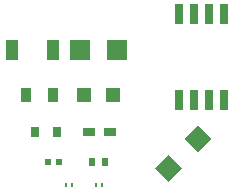
<source format=gts>
G04 #@! TF.FileFunction,Soldermask,Top*
%FSLAX46Y46*%
G04 Gerber Fmt 4.6, Leading zero omitted, Abs format (unit mm)*
G04 Created by KiCad (PCBNEW 4.0.4-stable) date 07/26/17 21:16:26*
%MOMM*%
%LPD*%
G01*
G04 APERTURE LIST*
%ADD10C,0.100000*%
%ADD11R,0.650000X1.700000*%
%ADD12R,0.600000X0.700000*%
%ADD13R,0.600000X0.600000*%
%ADD14R,1.000000X0.797560*%
%ADD15R,1.300000X1.198880*%
%ADD16R,1.700000X1.800860*%
%ADD17R,0.700000X0.900000*%
%ADD18R,1.100000X1.700000*%
%ADD19R,0.900000X1.300000*%
%ADD20R,0.280000X0.430000*%
G04 APERTURE END LIST*
D10*
G36*
X216649236Y-98449393D02*
X217780607Y-99580764D01*
X216649236Y-100712135D01*
X215517865Y-99580764D01*
X216649236Y-98449393D01*
X216649236Y-98449393D01*
G37*
G36*
X214134764Y-100963865D02*
X215266135Y-102095236D01*
X214134764Y-103226607D01*
X213003393Y-102095236D01*
X214134764Y-100963865D01*
X214134764Y-100963865D01*
G37*
D11*
X215011000Y-96360000D03*
X216281000Y-96360000D03*
X217551000Y-96360000D03*
X218821000Y-96360000D03*
X218821000Y-89060000D03*
X217551000Y-89060000D03*
X216281000Y-89060000D03*
X215011000Y-89060000D03*
D12*
X208780000Y-101600000D03*
X207680000Y-101600000D03*
D13*
X204870000Y-101600000D03*
X203970000Y-101600000D03*
D14*
X209169000Y-99060000D03*
X207391000Y-99060000D03*
D15*
X209423000Y-95885000D03*
X207010000Y-95885000D03*
D16*
X209804000Y-92075000D03*
X206629000Y-92075000D03*
D17*
X204724000Y-99060000D03*
X202819000Y-99060000D03*
D18*
X204343000Y-92075000D03*
X200914000Y-92075000D03*
D19*
X204343000Y-95885000D03*
X202057000Y-95885000D03*
D20*
X205995000Y-103505000D03*
X205485000Y-103505000D03*
X208025000Y-103505000D03*
X208535000Y-103505000D03*
M02*

</source>
